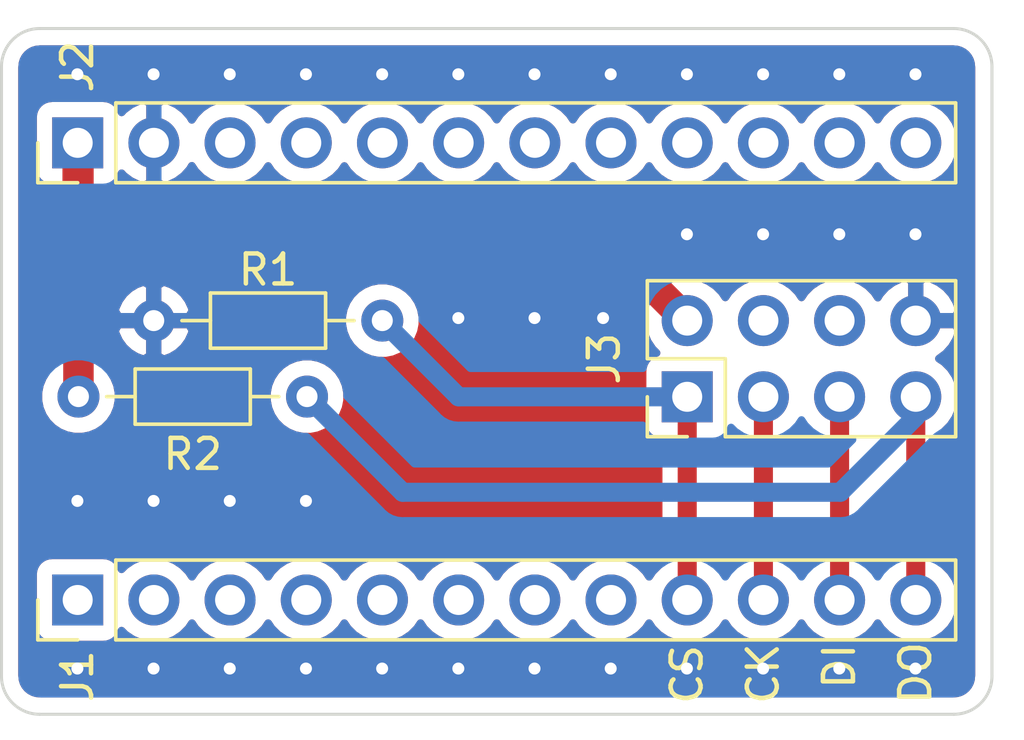
<source format=kicad_pcb>
(kicad_pcb (version 20171130) (host pcbnew "(5.1.9)-1")

  (general
    (thickness 1.6)
    (drawings 12)
    (tracks 54)
    (zones 0)
    (modules 5)
    (nets 27)
  )

  (page A4)
  (layers
    (0 F.Cu signal)
    (31 B.Cu signal)
    (32 B.Adhes user)
    (33 F.Adhes user)
    (34 B.Paste user)
    (35 F.Paste user)
    (36 B.SilkS user)
    (37 F.SilkS user)
    (38 B.Mask user)
    (39 F.Mask user)
    (40 Dwgs.User user)
    (41 Cmts.User user)
    (42 Eco1.User user)
    (43 Eco2.User user)
    (44 Edge.Cuts user)
    (45 Margin user)
    (46 B.CrtYd user)
    (47 F.CrtYd user)
    (48 B.Fab user)
    (49 F.Fab user)
  )

  (setup
    (last_trace_width 0.635)
    (trace_clearance 0.2)
    (zone_clearance 0.508)
    (zone_45_only yes)
    (trace_min 0.254)
    (via_size 0.8)
    (via_drill 0.4)
    (via_min_size 0.4)
    (via_min_drill 0.3)
    (uvia_size 0.3)
    (uvia_drill 0.1)
    (uvias_allowed no)
    (uvia_min_size 0.2)
    (uvia_min_drill 0.1)
    (edge_width 0.05)
    (segment_width 0.2)
    (pcb_text_width 0.3)
    (pcb_text_size 1.5 1.5)
    (mod_edge_width 0.12)
    (mod_text_size 1 1)
    (mod_text_width 0.15)
    (pad_size 1.524 1.524)
    (pad_drill 0.762)
    (pad_to_mask_clearance 0)
    (aux_axis_origin 0 0)
    (visible_elements 7FFFFFFF)
    (pcbplotparams
      (layerselection 0x01000_ffffffff)
      (usegerberextensions false)
      (usegerberattributes true)
      (usegerberadvancedattributes true)
      (creategerberjobfile true)
      (excludeedgelayer true)
      (linewidth 0.100000)
      (plotframeref false)
      (viasonmask false)
      (mode 1)
      (useauxorigin false)
      (hpglpennumber 1)
      (hpglpenspeed 20)
      (hpglpendiameter 15.000000)
      (psnegative false)
      (psa4output false)
      (plotreference true)
      (plotvalue true)
      (plotinvisibletext false)
      (padsonsilk false)
      (subtractmaskfromsilk false)
      (outputformat 1)
      (mirror false)
      (drillshape 0)
      (scaleselection 1)
      (outputdirectory "GERB/"))
  )

  (net 0 "")
  (net 1 "Net-(J1-Pad1)")
  (net 2 "Net-(J1-Pad2)")
  (net 3 "Net-(J1-Pad3)")
  (net 4 "Net-(J1-Pad4)")
  (net 5 "Net-(J1-Pad5)")
  (net 6 "Net-(J1-Pad6)")
  (net 7 "Net-(J1-Pad7)")
  (net 8 "Net-(J1-Pad8)")
  (net 9 "Net-(J2-Pad12)")
  (net 10 "Net-(J2-Pad11)")
  (net 11 "Net-(J2-Pad10)")
  (net 12 "Net-(J2-Pad9)")
  (net 13 "Net-(J2-Pad8)")
  (net 14 "Net-(J2-Pad7)")
  (net 15 "Net-(J2-Pad6)")
  (net 16 "Net-(J2-Pad5)")
  (net 17 "Net-(J2-Pad4)")
  (net 18 "Net-(J2-Pad3)")
  (net 19 "Net-(J3-Pad6)")
  (net 20 "Net-(J3-Pad7)")
  (net 21 CS)
  (net 22 CK)
  (net 23 DI)
  (net 24 DO)
  (net 25 GND)
  (net 26 +3V3)

  (net_class Default "This is the default net class."
    (clearance 0.2)
    (trace_width 0.635)
    (via_dia 0.8)
    (via_drill 0.4)
    (uvia_dia 0.3)
    (uvia_drill 0.1)
    (diff_pair_width 0.254)
    (diff_pair_gap 0.25)
    (add_net CK)
    (add_net CS)
    (add_net DI)
    (add_net DO)
    (add_net "Net-(J1-Pad1)")
    (add_net "Net-(J1-Pad2)")
    (add_net "Net-(J1-Pad3)")
    (add_net "Net-(J1-Pad4)")
    (add_net "Net-(J1-Pad5)")
    (add_net "Net-(J1-Pad6)")
    (add_net "Net-(J1-Pad7)")
    (add_net "Net-(J1-Pad8)")
    (add_net "Net-(J2-Pad10)")
    (add_net "Net-(J2-Pad11)")
    (add_net "Net-(J2-Pad12)")
    (add_net "Net-(J2-Pad3)")
    (add_net "Net-(J2-Pad4)")
    (add_net "Net-(J2-Pad5)")
    (add_net "Net-(J2-Pad6)")
    (add_net "Net-(J2-Pad7)")
    (add_net "Net-(J2-Pad8)")
    (add_net "Net-(J2-Pad9)")
    (add_net "Net-(J3-Pad6)")
    (add_net "Net-(J3-Pad7)")
  )

  (net_class Power ""
    (clearance 0.2)
    (trace_width 1.016)
    (via_dia 0.8)
    (via_drill 0.4)
    (uvia_dia 0.3)
    (uvia_drill 0.1)
    (diff_pair_width 0.254)
    (diff_pair_gap 0.25)
    (add_net +3V3)
    (add_net GND)
  )

  (module Connector_PinSocket_2.54mm:PinSocket_2x04_P2.54mm_Vertical (layer B.Cu) (tedit 605D1613) (tstamp 605C1D42)
    (at 106.690201 75.776667 270)
    (descr "Through hole straight socket strip, 2x04, 2.54mm pitch, double cols (from Kicad 4.0.7), script generated")
    (tags "Through hole socket strip THT 2x04 2.54mm double row")
    (path /605BC1D5)
    (fp_text reference J3 (at -1.27 2.77 270) (layer F.SilkS)
      (effects (font (size 1 1) (thickness 0.15)))
    )
    (fp_text value Conn_02x04_Counter_Clockwise (at -1.27 -10.39 270) (layer B.Fab)
      (effects (font (size 1 1) (thickness 0.15)) (justify mirror))
    )
    (fp_line (start -4.34 -9.4) (end -4.34 1.8) (layer B.CrtYd) (width 0.05))
    (fp_line (start 1.76 -9.4) (end -4.34 -9.4) (layer B.CrtYd) (width 0.05))
    (fp_line (start 1.76 1.8) (end 1.76 -9.4) (layer B.CrtYd) (width 0.05))
    (fp_line (start -4.34 1.8) (end 1.76 1.8) (layer B.CrtYd) (width 0.05))
    (fp_line (start 0 1.33) (end 1.33 1.33) (layer F.SilkS) (width 0.12))
    (fp_line (start 1.33 1.33) (end 1.33 0) (layer F.SilkS) (width 0.12))
    (fp_line (start -1.27 1.33) (end -1.27 -1.27) (layer F.SilkS) (width 0.12))
    (fp_line (start -1.27 -1.27) (end 1.33 -1.27) (layer F.SilkS) (width 0.12))
    (fp_line (start 1.33 -1.27) (end 1.33 -8.95) (layer F.SilkS) (width 0.12))
    (fp_line (start -3.87 -8.95) (end 1.33 -8.95) (layer F.SilkS) (width 0.12))
    (fp_line (start -3.87 1.33) (end -3.87 -8.95) (layer F.SilkS) (width 0.12))
    (fp_line (start -3.87 1.33) (end -1.27 1.33) (layer F.SilkS) (width 0.12))
    (fp_line (start -3.81 -8.89) (end -3.81 1.27) (layer B.Fab) (width 0.1))
    (fp_line (start 1.27 -8.89) (end -3.81 -8.89) (layer B.Fab) (width 0.1))
    (fp_line (start 1.27 0.27) (end 1.27 -8.89) (layer B.Fab) (width 0.1))
    (fp_line (start 0.27 1.27) (end 1.27 0.27) (layer B.Fab) (width 0.1))
    (fp_line (start -3.81 1.27) (end 0.27 1.27) (layer B.Fab) (width 0.1))
    (fp_text user %R (at -1.27 -3.81) (layer B.Fab)
      (effects (font (size 1 1) (thickness 0.15)) (justify mirror))
    )
    (pad 1 thru_hole rect (at 0 0 270) (size 1.7 1.7) (drill 1) (layers *.Cu *.Mask)
      (net 21 CS))
    (pad 8 thru_hole oval (at -2.54 0 270) (size 1.7 1.7) (drill 1) (layers *.Cu *.Mask)
      (net 26 +3V3))
    (pad 2 thru_hole oval (at 0 -2.54 270) (size 1.7 1.7) (drill 1) (layers *.Cu *.Mask)
      (net 22 CK))
    (pad 7 thru_hole oval (at -2.54 -2.54 270) (size 1.7 1.7) (drill 1) (layers *.Cu *.Mask)
      (net 20 "Net-(J3-Pad7)"))
    (pad 3 thru_hole oval (at 0 -5.08 270) (size 1.7 1.7) (drill 1) (layers *.Cu *.Mask)
      (net 23 DI))
    (pad 6 thru_hole oval (at -2.54 -5.08 270) (size 1.7 1.7) (drill 1) (layers *.Cu *.Mask)
      (net 19 "Net-(J3-Pad6)"))
    (pad 4 thru_hole oval (at 0 -7.62 270) (size 1.7 1.7) (drill 1) (layers *.Cu *.Mask)
      (net 24 DO))
    (pad 5 thru_hole oval (at -2.54 -7.62 270) (size 1.7 1.7) (drill 1) (layers *.Cu *.Mask)
      (net 25 GND))
    (model ${KISYS3DMOD}/Connector_IDC.3dshapes/IDC-Header_2x04_P2.54mm_Vertical.wrl
      (offset (xyz 0 0 -1.7653))
      (scale (xyz 1 1 1))
      (rotate (xyz 0 180 0))
    )
  )

  (module Connector_PinHeader_2.54mm:PinHeader_1x12_P2.54mm_Vertical (layer F.Cu) (tedit 59FED5CC) (tstamp 605C1238)
    (at 86.370201 82.55 90)
    (descr "Through hole straight pin header, 1x12, 2.54mm pitch, single row")
    (tags "Through hole pin header THT 1x12 2.54mm single row")
    (path /605CB6B0)
    (fp_text reference J1 (at -2.54 -0.010201 90) (layer F.SilkS)
      (effects (font (size 1 1) (thickness 0.15)))
    )
    (fp_text value Conn_01x12 (at 0 30.27 90) (layer F.Fab)
      (effects (font (size 1 1) (thickness 0.15)))
    )
    (fp_line (start 1.8 -1.8) (end -1.8 -1.8) (layer F.CrtYd) (width 0.05))
    (fp_line (start 1.8 29.75) (end 1.8 -1.8) (layer F.CrtYd) (width 0.05))
    (fp_line (start -1.8 29.75) (end 1.8 29.75) (layer F.CrtYd) (width 0.05))
    (fp_line (start -1.8 -1.8) (end -1.8 29.75) (layer F.CrtYd) (width 0.05))
    (fp_line (start -1.33 -1.33) (end 0 -1.33) (layer F.SilkS) (width 0.12))
    (fp_line (start -1.33 0) (end -1.33 -1.33) (layer F.SilkS) (width 0.12))
    (fp_line (start -1.33 1.27) (end 1.33 1.27) (layer F.SilkS) (width 0.12))
    (fp_line (start 1.33 1.27) (end 1.33 29.27) (layer F.SilkS) (width 0.12))
    (fp_line (start -1.33 1.27) (end -1.33 29.27) (layer F.SilkS) (width 0.12))
    (fp_line (start -1.33 29.27) (end 1.33 29.27) (layer F.SilkS) (width 0.12))
    (fp_line (start -1.27 -0.635) (end -0.635 -1.27) (layer F.Fab) (width 0.1))
    (fp_line (start -1.27 29.21) (end -1.27 -0.635) (layer F.Fab) (width 0.1))
    (fp_line (start 1.27 29.21) (end -1.27 29.21) (layer F.Fab) (width 0.1))
    (fp_line (start 1.27 -1.27) (end 1.27 29.21) (layer F.Fab) (width 0.1))
    (fp_line (start -0.635 -1.27) (end 1.27 -1.27) (layer F.Fab) (width 0.1))
    (fp_text user %R (at 0 13.97) (layer F.Fab)
      (effects (font (size 1 1) (thickness 0.15)))
    )
    (pad 1 thru_hole rect (at 0 0 90) (size 1.7 1.7) (drill 1) (layers *.Cu *.Mask)
      (net 1 "Net-(J1-Pad1)"))
    (pad 2 thru_hole oval (at 0 2.54 90) (size 1.7 1.7) (drill 1) (layers *.Cu *.Mask)
      (net 2 "Net-(J1-Pad2)"))
    (pad 3 thru_hole oval (at 0 5.08 90) (size 1.7 1.7) (drill 1) (layers *.Cu *.Mask)
      (net 3 "Net-(J1-Pad3)"))
    (pad 4 thru_hole oval (at 0 7.62 90) (size 1.7 1.7) (drill 1) (layers *.Cu *.Mask)
      (net 4 "Net-(J1-Pad4)"))
    (pad 5 thru_hole oval (at 0 10.16 90) (size 1.7 1.7) (drill 1) (layers *.Cu *.Mask)
      (net 5 "Net-(J1-Pad5)"))
    (pad 6 thru_hole oval (at 0 12.7 90) (size 1.7 1.7) (drill 1) (layers *.Cu *.Mask)
      (net 6 "Net-(J1-Pad6)"))
    (pad 7 thru_hole oval (at 0 15.24 90) (size 1.7 1.7) (drill 1) (layers *.Cu *.Mask)
      (net 7 "Net-(J1-Pad7)"))
    (pad 8 thru_hole oval (at 0 17.78 90) (size 1.7 1.7) (drill 1) (layers *.Cu *.Mask)
      (net 8 "Net-(J1-Pad8)"))
    (pad 9 thru_hole oval (at 0 20.32 90) (size 1.7 1.7) (drill 1) (layers *.Cu *.Mask)
      (net 21 CS))
    (pad 10 thru_hole oval (at 0 22.86 90) (size 1.7 1.7) (drill 1) (layers *.Cu *.Mask)
      (net 22 CK))
    (pad 11 thru_hole oval (at 0 25.4 90) (size 1.7 1.7) (drill 1) (layers *.Cu *.Mask)
      (net 23 DI))
    (pad 12 thru_hole oval (at 0 27.94 90) (size 1.7 1.7) (drill 1) (layers *.Cu *.Mask)
      (net 24 DO))
    (model ${KISYS3DMOD}/Connector_PinSocket_2.54mm.3dshapes/PinSocket_1x12_P2.54mm_Vertical.wrl
      (offset (xyz 0 0 -1.7653))
      (scale (xyz 1 1 1))
      (rotate (xyz 0 180 0))
    )
  )

  (module Connector_PinHeader_2.54mm:PinHeader_1x12_P2.54mm_Vertical (layer F.Cu) (tedit 59FED5CC) (tstamp 605C1258)
    (at 86.370201 67.31 90)
    (descr "Through hole straight pin header, 1x12, 2.54mm pitch, single row")
    (tags "Through hole pin header THT 1x12 2.54mm single row")
    (path /605CC458)
    (fp_text reference J2 (at 2.54 -0.010201 90) (layer F.SilkS)
      (effects (font (size 1 1) (thickness 0.15)))
    )
    (fp_text value Conn_01x12 (at 0 30.27 90) (layer F.Fab)
      (effects (font (size 1 1) (thickness 0.15)))
    )
    (fp_line (start -0.635 -1.27) (end 1.27 -1.27) (layer F.Fab) (width 0.1))
    (fp_line (start 1.27 -1.27) (end 1.27 29.21) (layer F.Fab) (width 0.1))
    (fp_line (start 1.27 29.21) (end -1.27 29.21) (layer F.Fab) (width 0.1))
    (fp_line (start -1.27 29.21) (end -1.27 -0.635) (layer F.Fab) (width 0.1))
    (fp_line (start -1.27 -0.635) (end -0.635 -1.27) (layer F.Fab) (width 0.1))
    (fp_line (start -1.33 29.27) (end 1.33 29.27) (layer F.SilkS) (width 0.12))
    (fp_line (start -1.33 1.27) (end -1.33 29.27) (layer F.SilkS) (width 0.12))
    (fp_line (start 1.33 1.27) (end 1.33 29.27) (layer F.SilkS) (width 0.12))
    (fp_line (start -1.33 1.27) (end 1.33 1.27) (layer F.SilkS) (width 0.12))
    (fp_line (start -1.33 0) (end -1.33 -1.33) (layer F.SilkS) (width 0.12))
    (fp_line (start -1.33 -1.33) (end 0 -1.33) (layer F.SilkS) (width 0.12))
    (fp_line (start -1.8 -1.8) (end -1.8 29.75) (layer F.CrtYd) (width 0.05))
    (fp_line (start -1.8 29.75) (end 1.8 29.75) (layer F.CrtYd) (width 0.05))
    (fp_line (start 1.8 29.75) (end 1.8 -1.8) (layer F.CrtYd) (width 0.05))
    (fp_line (start 1.8 -1.8) (end -1.8 -1.8) (layer F.CrtYd) (width 0.05))
    (fp_text user %R (at 0 13.97) (layer F.Fab)
      (effects (font (size 1 1) (thickness 0.15)))
    )
    (pad 12 thru_hole oval (at 0 27.94 90) (size 1.7 1.7) (drill 1) (layers *.Cu *.Mask)
      (net 9 "Net-(J2-Pad12)"))
    (pad 11 thru_hole oval (at 0 25.4 90) (size 1.7 1.7) (drill 1) (layers *.Cu *.Mask)
      (net 10 "Net-(J2-Pad11)"))
    (pad 10 thru_hole oval (at 0 22.86 90) (size 1.7 1.7) (drill 1) (layers *.Cu *.Mask)
      (net 11 "Net-(J2-Pad10)"))
    (pad 9 thru_hole oval (at 0 20.32 90) (size 1.7 1.7) (drill 1) (layers *.Cu *.Mask)
      (net 12 "Net-(J2-Pad9)"))
    (pad 8 thru_hole oval (at 0 17.78 90) (size 1.7 1.7) (drill 1) (layers *.Cu *.Mask)
      (net 13 "Net-(J2-Pad8)"))
    (pad 7 thru_hole oval (at 0 15.24 90) (size 1.7 1.7) (drill 1) (layers *.Cu *.Mask)
      (net 14 "Net-(J2-Pad7)"))
    (pad 6 thru_hole oval (at 0 12.7 90) (size 1.7 1.7) (drill 1) (layers *.Cu *.Mask)
      (net 15 "Net-(J2-Pad6)"))
    (pad 5 thru_hole oval (at 0 10.16 90) (size 1.7 1.7) (drill 1) (layers *.Cu *.Mask)
      (net 16 "Net-(J2-Pad5)"))
    (pad 4 thru_hole oval (at 0 7.62 90) (size 1.7 1.7) (drill 1) (layers *.Cu *.Mask)
      (net 17 "Net-(J2-Pad4)"))
    (pad 3 thru_hole oval (at 0 5.08 90) (size 1.7 1.7) (drill 1) (layers *.Cu *.Mask)
      (net 18 "Net-(J2-Pad3)"))
    (pad 2 thru_hole oval (at 0 2.54 90) (size 1.7 1.7) (drill 1) (layers *.Cu *.Mask)
      (net 25 GND))
    (pad 1 thru_hole rect (at 0 0 90) (size 1.7 1.7) (drill 1) (layers *.Cu *.Mask)
      (net 26 +3V3))
    (model ${KISYS3DMOD}/Connector_PinSocket_2.54mm.3dshapes/PinSocket_1x12_P2.54mm_Vertical.wrl
      (offset (xyz 0 0 -1.7653))
      (scale (xyz 1 1 1))
      (rotate (xyz 0 180 0))
    )
  )

  (module Resistor_THT:R_Axial_DIN0204_L3.6mm_D1.6mm_P7.62mm_Horizontal (layer F.Cu) (tedit 5AE5139B) (tstamp 605D15B6)
    (at 96.5252 73.236667 180)
    (descr "Resistor, Axial_DIN0204 series, Axial, Horizontal, pin pitch=7.62mm, 0.167W, length*diameter=3.6*1.6mm^2, http://cdn-reichelt.de/documents/datenblatt/B400/1_4W%23YAG.pdf")
    (tags "Resistor Axial_DIN0204 series Axial Horizontal pin pitch 7.62mm 0.167W length 3.6mm diameter 1.6mm")
    (path /605BCB49)
    (fp_text reference R1 (at 3.81 1.695027) (layer F.SilkS)
      (effects (font (size 1 1) (thickness 0.15)))
    )
    (fp_text value 1K2 (at 3.81 1.92) (layer F.Fab)
      (effects (font (size 1 1) (thickness 0.15)))
    )
    (fp_line (start 8.57 -1.05) (end -0.95 -1.05) (layer F.CrtYd) (width 0.05))
    (fp_line (start 8.57 1.05) (end 8.57 -1.05) (layer F.CrtYd) (width 0.05))
    (fp_line (start -0.95 1.05) (end 8.57 1.05) (layer F.CrtYd) (width 0.05))
    (fp_line (start -0.95 -1.05) (end -0.95 1.05) (layer F.CrtYd) (width 0.05))
    (fp_line (start 6.68 0) (end 5.73 0) (layer F.SilkS) (width 0.12))
    (fp_line (start 0.94 0) (end 1.89 0) (layer F.SilkS) (width 0.12))
    (fp_line (start 5.73 -0.92) (end 1.89 -0.92) (layer F.SilkS) (width 0.12))
    (fp_line (start 5.73 0.92) (end 5.73 -0.92) (layer F.SilkS) (width 0.12))
    (fp_line (start 1.89 0.92) (end 5.73 0.92) (layer F.SilkS) (width 0.12))
    (fp_line (start 1.89 -0.92) (end 1.89 0.92) (layer F.SilkS) (width 0.12))
    (fp_line (start 7.62 0) (end 5.61 0) (layer F.Fab) (width 0.1))
    (fp_line (start 0 0) (end 2.01 0) (layer F.Fab) (width 0.1))
    (fp_line (start 5.61 -0.8) (end 2.01 -0.8) (layer F.Fab) (width 0.1))
    (fp_line (start 5.61 0.8) (end 5.61 -0.8) (layer F.Fab) (width 0.1))
    (fp_line (start 2.01 0.8) (end 5.61 0.8) (layer F.Fab) (width 0.1))
    (fp_line (start 2.01 -0.8) (end 2.01 0.8) (layer F.Fab) (width 0.1))
    (fp_text user %R (at 3.81 0) (layer F.Fab)
      (effects (font (size 0.72 0.72) (thickness 0.108)))
    )
    (pad 1 thru_hole circle (at 0 0 180) (size 1.4 1.4) (drill 0.7) (layers *.Cu *.Mask)
      (net 21 CS))
    (pad 2 thru_hole oval (at 7.62 0 180) (size 1.4 1.4) (drill 0.7) (layers *.Cu *.Mask)
      (net 25 GND))
    (model ${KISYS3DMOD}/Resistor_THT.3dshapes/R_Axial_DIN0204_L3.6mm_D1.6mm_P7.62mm_Horizontal.wrl
      (at (xyz 0 0 0))
      (scale (xyz 1 1 1))
      (rotate (xyz 0 0 0))
    )
  )

  (module Resistor_THT:R_Axial_DIN0204_L3.6mm_D1.6mm_P7.62mm_Horizontal (layer F.Cu) (tedit 5AE5139B) (tstamp 605C12A4)
    (at 94.0152 75.77 180)
    (descr "Resistor, Axial_DIN0204 series, Axial, Horizontal, pin pitch=7.62mm, 0.167W, length*diameter=3.6*1.6mm^2, http://cdn-reichelt.de/documents/datenblatt/B400/1_4W%23YAG.pdf")
    (tags "Resistor Axial_DIN0204 series Axial Horizontal pin pitch 7.62mm 0.167W length 3.6mm diameter 1.6mm")
    (path /605BCFF0)
    (fp_text reference R2 (at 3.81 -1.92) (layer F.SilkS)
      (effects (font (size 1 1) (thickness 0.15)))
    )
    (fp_text value 1K5 (at 3.81 1.92) (layer F.Fab)
      (effects (font (size 1 1) (thickness 0.15)))
    )
    (fp_line (start 2.01 -0.8) (end 2.01 0.8) (layer F.Fab) (width 0.1))
    (fp_line (start 2.01 0.8) (end 5.61 0.8) (layer F.Fab) (width 0.1))
    (fp_line (start 5.61 0.8) (end 5.61 -0.8) (layer F.Fab) (width 0.1))
    (fp_line (start 5.61 -0.8) (end 2.01 -0.8) (layer F.Fab) (width 0.1))
    (fp_line (start 0 0) (end 2.01 0) (layer F.Fab) (width 0.1))
    (fp_line (start 7.62 0) (end 5.61 0) (layer F.Fab) (width 0.1))
    (fp_line (start 1.89 -0.92) (end 1.89 0.92) (layer F.SilkS) (width 0.12))
    (fp_line (start 1.89 0.92) (end 5.73 0.92) (layer F.SilkS) (width 0.12))
    (fp_line (start 5.73 0.92) (end 5.73 -0.92) (layer F.SilkS) (width 0.12))
    (fp_line (start 5.73 -0.92) (end 1.89 -0.92) (layer F.SilkS) (width 0.12))
    (fp_line (start 0.94 0) (end 1.89 0) (layer F.SilkS) (width 0.12))
    (fp_line (start 6.68 0) (end 5.73 0) (layer F.SilkS) (width 0.12))
    (fp_line (start -0.95 -1.05) (end -0.95 1.05) (layer F.CrtYd) (width 0.05))
    (fp_line (start -0.95 1.05) (end 8.57 1.05) (layer F.CrtYd) (width 0.05))
    (fp_line (start 8.57 1.05) (end 8.57 -1.05) (layer F.CrtYd) (width 0.05))
    (fp_line (start 8.57 -1.05) (end -0.95 -1.05) (layer F.CrtYd) (width 0.05))
    (fp_text user %R (at 3.81 0) (layer F.Fab)
      (effects (font (size 0.72 0.72) (thickness 0.108)))
    )
    (pad 2 thru_hole oval (at 7.62 0 180) (size 1.4 1.4) (drill 0.7) (layers *.Cu *.Mask)
      (net 26 +3V3))
    (pad 1 thru_hole circle (at 0 0 180) (size 1.4 1.4) (drill 0.7) (layers *.Cu *.Mask)
      (net 24 DO))
    (model ${KISYS3DMOD}/Resistor_THT.3dshapes/R_Axial_DIN0204_L3.6mm_D1.6mm_P7.62mm_Horizontal.wrl
      (at (xyz 0 0 0))
      (scale (xyz 1 1 1))
      (rotate (xyz 0 0 0))
    )
  )

  (gr_text DO (at 114.3 86.106 90) (layer F.SilkS)
    (effects (font (size 1 1) (thickness 0.15)) (justify left))
  )
  (gr_text DI (at 111.76 85.598 90) (layer F.SilkS)
    (effects (font (size 1 1) (thickness 0.15)) (justify left))
  )
  (gr_text CK (at 109.22 86.106 90) (layer F.SilkS)
    (effects (font (size 1 1) (thickness 0.15)) (justify left))
  )
  (gr_text CS (at 106.68 86.106 90) (layer F.SilkS)
    (effects (font (size 1 1) (thickness 0.15)) (justify left))
  )
  (gr_arc (start 115.580201 64.77) (end 116.850201 64.77) (angle -90) (layer Edge.Cuts) (width 0.1) (tstamp 605D207D))
  (gr_arc (start 115.580201 85.09) (end 115.580201 86.36) (angle -90) (layer Edge.Cuts) (width 0.1) (tstamp 605D206D))
  (gr_arc (start 85.100201 85.09) (end 83.830201 85.09) (angle -90) (layer Edge.Cuts) (width 0.1) (tstamp 605D1AA4))
  (gr_arc (start 85.100201 64.77) (end 85.100201 63.5) (angle -90) (layer Edge.Cuts) (width 0.1))
  (gr_line (start 116.850201 64.77) (end 116.850201 85.09) (layer Edge.Cuts) (width 0.1))
  (gr_line (start 85.100201 63.5) (end 115.580201 63.5) (layer Edge.Cuts) (width 0.1))
  (gr_line (start 83.830201 85.09) (end 83.830201 64.77) (layer Edge.Cuts) (width 0.1))
  (gr_line (start 115.580201 86.36) (end 85.100201 86.36) (layer Edge.Cuts) (width 0.1))

  (segment (start 106.690201 75.776667) (end 106.690201 82.55) (width 0.635) (layer F.Cu) (net 21))
  (segment (start 96.5252 73.236667) (end 99.0652 75.776667) (width 0.635) (layer B.Cu) (net 21))
  (segment (start 99.0652 75.776667) (end 106.690201 75.776667) (width 0.635) (layer B.Cu) (net 21))
  (segment (start 109.230201 75.776667) (end 109.230201 82.55) (width 0.635) (layer F.Cu) (net 22))
  (segment (start 111.770201 75.776667) (end 111.770201 82.55) (width 0.635) (layer F.Cu) (net 23))
  (segment (start 114.310201 75.776667) (end 114.310201 82.55) (width 0.635) (layer F.Cu) (net 24))
  (segment (start 114.310201 76.443799) (end 114.310201 75.776667) (width 0.635) (layer B.Cu) (net 24))
  (segment (start 97.2052 78.96) (end 111.794 78.96) (width 0.635) (layer B.Cu) (net 24))
  (segment (start 111.794 78.96) (end 114.310201 76.443799) (width 0.635) (layer B.Cu) (net 24))
  (segment (start 94.0152 75.77) (end 97.2052 78.96) (width 0.635) (layer B.Cu) (net 24))
  (segment (start 88.9052 67.315001) (end 88.910201 67.31) (width 1.016) (layer B.Cu) (net 25))
  (via (at 86.36 65.024) (size 0.8) (drill 0.4) (layers F.Cu B.Cu) (net 25))
  (via (at 88.9 65.024) (size 0.8) (drill 0.4) (layers F.Cu B.Cu) (net 25))
  (via (at 91.44 65.024) (size 0.8) (drill 0.4) (layers F.Cu B.Cu) (net 25))
  (via (at 93.98 65.024) (size 0.8) (drill 0.4) (layers F.Cu B.Cu) (net 25))
  (via (at 96.52 65.024) (size 0.8) (drill 0.4) (layers F.Cu B.Cu) (net 25))
  (via (at 99.06 65.024) (size 0.8) (drill 0.4) (layers F.Cu B.Cu) (net 25))
  (via (at 101.6 65.024) (size 0.8) (drill 0.4) (layers F.Cu B.Cu) (net 25))
  (via (at 104.14 65.024) (size 0.8) (drill 0.4) (layers F.Cu B.Cu) (net 25))
  (via (at 106.68 65.024) (size 0.8) (drill 0.4) (layers F.Cu B.Cu) (net 25))
  (via (at 109.22 65.024) (size 0.8) (drill 0.4) (layers F.Cu B.Cu) (net 25))
  (via (at 111.76 65.024) (size 0.8) (drill 0.4) (layers F.Cu B.Cu) (net 25))
  (via (at 114.3 65.024) (size 0.8) (drill 0.4) (layers F.Cu B.Cu) (net 25))
  (via (at 86.36 84.836) (size 0.8) (drill 0.4) (layers F.Cu B.Cu) (net 25))
  (via (at 88.9 84.836) (size 0.8) (drill 0.4) (layers F.Cu B.Cu) (net 25))
  (via (at 91.44 84.836) (size 0.8) (drill 0.4) (layers F.Cu B.Cu) (net 25))
  (via (at 93.98 84.836) (size 0.8) (drill 0.4) (layers F.Cu B.Cu) (net 25))
  (via (at 96.52 84.836) (size 0.8) (drill 0.4) (layers F.Cu B.Cu) (net 25))
  (via (at 99.06 84.836) (size 0.8) (drill 0.4) (layers F.Cu B.Cu) (net 25))
  (via (at 101.6 84.836) (size 0.8) (drill 0.4) (layers F.Cu B.Cu) (net 25))
  (via (at 104.14 84.836) (size 0.8) (drill 0.4) (layers F.Cu B.Cu) (net 25))
  (via (at 106.68 84.836) (size 0.8) (drill 0.4) (layers F.Cu B.Cu) (net 25))
  (via (at 109.22 84.836) (size 0.8) (drill 0.4) (layers F.Cu B.Cu) (net 25))
  (via (at 111.76 84.836) (size 0.8) (drill 0.4) (layers F.Cu B.Cu) (net 25))
  (via (at 114.3 84.836) (size 0.8) (drill 0.4) (layers F.Cu B.Cu) (net 25))
  (via (at 106.68 70.358) (size 0.8) (drill 0.4) (layers F.Cu B.Cu) (net 25))
  (via (at 109.22 70.358) (size 0.8) (drill 0.4) (layers F.Cu B.Cu) (net 25))
  (via (at 111.76 70.358) (size 0.8) (drill 0.4) (layers F.Cu B.Cu) (net 25))
  (via (at 114.3 70.358) (size 0.8) (drill 0.4) (layers F.Cu B.Cu) (net 25))
  (via (at 103.886 73.152) (size 0.8) (drill 0.4) (layers F.Cu B.Cu) (net 25))
  (via (at 101.6 73.152) (size 0.8) (drill 0.4) (layers F.Cu B.Cu) (net 25))
  (via (at 99.06 73.152) (size 0.8) (drill 0.4) (layers F.Cu B.Cu) (net 25))
  (via (at 86.36 79.248) (size 0.8) (drill 0.4) (layers F.Cu B.Cu) (net 25))
  (via (at 88.9 79.248) (size 0.8) (drill 0.4) (layers F.Cu B.Cu) (net 25))
  (via (at 91.44 79.248) (size 0.8) (drill 0.4) (layers F.Cu B.Cu) (net 25))
  (via (at 93.98 79.248) (size 0.8) (drill 0.4) (layers F.Cu B.Cu) (net 25))
  (segment (start 86.3852 67.324999) (end 86.370201 67.31) (width 0.25) (layer B.Cu) (net 26))
  (segment (start 86.3952 67.334999) (end 86.370201 67.31) (width 1.016) (layer B.Cu) (net 26))
  (segment (start 86.370201 67.31) (end 86.370201 68.780701) (width 1.016) (layer F.Cu) (net 26))
  (segment (start 86.3952 67.334999) (end 86.370201 67.31) (width 1.016) (layer F.Cu) (net 26))
  (segment (start 86.3952 75.77) (end 86.3952 67.334999) (width 1.016) (layer F.Cu) (net 26))
  (segment (start 103.938534 70.485) (end 106.690201 73.236667) (width 1.016) (layer F.Cu) (net 26))
  (segment (start 86.487 70.485) (end 103.938534 70.485) (width 1.016) (layer F.Cu) (net 26))
  (segment (start 86.3952 70.5768) (end 86.487 70.485) (width 1.016) (layer F.Cu) (net 26))

  (zone (net 25) (net_name GND) (layer F.Cu) (tstamp 0) (hatch edge 0.508)
    (connect_pads (clearance 0.508))
    (min_thickness 0.254)
    (fill yes (arc_segments 32) (thermal_gap 0.508) (thermal_bridge_width 0.508))
    (polygon
      (pts
        (xy 116.84 86.36) (xy 83.82 86.36) (xy 83.82 63.5) (xy 116.84 63.5)
      )
    )
    (filled_polygon
      (pts
        (xy 115.693193 64.199364) (xy 115.801871 64.232176) (xy 115.902119 64.285479) (xy 115.990098 64.357232) (xy 116.062464 64.444707)
        (xy 116.116464 64.544579) (xy 116.150034 64.653027) (xy 116.165201 64.797331) (xy 116.165202 85.056486) (xy 116.150837 85.202992)
        (xy 116.118024 85.311672) (xy 116.064723 85.411917) (xy 115.99297 85.499895) (xy 115.905493 85.572263) (xy 115.805621 85.626263)
        (xy 115.697174 85.659833) (xy 115.55287 85.675) (xy 85.133705 85.675) (xy 84.987209 85.660636) (xy 84.878529 85.627823)
        (xy 84.778284 85.574522) (xy 84.690306 85.502769) (xy 84.617938 85.415292) (xy 84.563938 85.31542) (xy 84.530368 85.206973)
        (xy 84.515201 85.062669) (xy 84.515201 66.46) (xy 84.882129 66.46) (xy 84.882129 68.16) (xy 84.894389 68.284482)
        (xy 84.930699 68.40418) (xy 84.989664 68.514494) (xy 85.069016 68.611185) (xy 85.165707 68.690537) (xy 85.227201 68.723407)
        (xy 85.227201 68.836847) (xy 85.24374 69.004768) (xy 85.252201 69.032659) (xy 85.252201 70.520655) (xy 85.246671 70.5768)
        (xy 85.252201 70.632945) (xy 85.2522 75.077685) (xy 85.212139 75.137641) (xy 85.111504 75.380595) (xy 85.0602 75.638514)
        (xy 85.0602 75.901486) (xy 85.111504 76.159405) (xy 85.212139 76.402359) (xy 85.358238 76.621013) (xy 85.544187 76.806962)
        (xy 85.762841 76.953061) (xy 86.005795 77.053696) (xy 86.263714 77.105) (xy 86.526686 77.105) (xy 86.784605 77.053696)
        (xy 87.027559 76.953061) (xy 87.246213 76.806962) (xy 87.432162 76.621013) (xy 87.578261 76.402359) (xy 87.678896 76.159405)
        (xy 87.7302 75.901486) (xy 87.7302 75.638514) (xy 92.6802 75.638514) (xy 92.6802 75.901486) (xy 92.731504 76.159405)
        (xy 92.832139 76.402359) (xy 92.978238 76.621013) (xy 93.164187 76.806962) (xy 93.382841 76.953061) (xy 93.625795 77.053696)
        (xy 93.883714 77.105) (xy 94.146686 77.105) (xy 94.404605 77.053696) (xy 94.647559 76.953061) (xy 94.866213 76.806962)
        (xy 95.052162 76.621013) (xy 95.198261 76.402359) (xy 95.298896 76.159405) (xy 95.3502 75.901486) (xy 95.3502 75.638514)
        (xy 95.298896 75.380595) (xy 95.198261 75.137641) (xy 95.052162 74.918987) (xy 94.866213 74.733038) (xy 94.647559 74.586939)
        (xy 94.404605 74.486304) (xy 94.146686 74.435) (xy 93.883714 74.435) (xy 93.625795 74.486304) (xy 93.382841 74.586939)
        (xy 93.164187 74.733038) (xy 92.978238 74.918987) (xy 92.832139 75.137641) (xy 92.731504 75.380595) (xy 92.6802 75.638514)
        (xy 87.7302 75.638514) (xy 87.678896 75.380595) (xy 87.578261 75.137641) (xy 87.5382 75.077685) (xy 87.5382 73.569996)
        (xy 87.612484 73.569996) (xy 87.645153 73.677711) (xy 87.755408 73.915059) (xy 87.909849 74.126337) (xy 88.10254 74.303426)
        (xy 88.326077 74.43952) (xy 88.57187 74.529389) (xy 88.7782 74.406868) (xy 88.7782 73.363667) (xy 89.0322 73.363667)
        (xy 89.0322 74.406868) (xy 89.23853 74.529389) (xy 89.484323 74.43952) (xy 89.70786 74.303426) (xy 89.900551 74.126337)
        (xy 90.054992 73.915059) (xy 90.165247 73.677711) (xy 90.197916 73.569996) (xy 90.074574 73.363667) (xy 89.0322 73.363667)
        (xy 88.7782 73.363667) (xy 87.735826 73.363667) (xy 87.612484 73.569996) (xy 87.5382 73.569996) (xy 87.5382 72.903338)
        (xy 87.612484 72.903338) (xy 87.735826 73.109667) (xy 88.7782 73.109667) (xy 88.7782 72.066466) (xy 89.0322 72.066466)
        (xy 89.0322 73.109667) (xy 90.074574 73.109667) (xy 90.077255 73.105181) (xy 95.1902 73.105181) (xy 95.1902 73.368153)
        (xy 95.241504 73.626072) (xy 95.342139 73.869026) (xy 95.488238 74.08768) (xy 95.674187 74.273629) (xy 95.892841 74.419728)
        (xy 96.135795 74.520363) (xy 96.393714 74.571667) (xy 96.656686 74.571667) (xy 96.914605 74.520363) (xy 97.157559 74.419728)
        (xy 97.376213 74.273629) (xy 97.562162 74.08768) (xy 97.708261 73.869026) (xy 97.808896 73.626072) (xy 97.8602 73.368153)
        (xy 97.8602 73.105181) (xy 97.808896 72.847262) (xy 97.708261 72.604308) (xy 97.562162 72.385654) (xy 97.376213 72.199705)
        (xy 97.157559 72.053606) (xy 96.914605 71.952971) (xy 96.656686 71.901667) (xy 96.393714 71.901667) (xy 96.135795 71.952971)
        (xy 95.892841 72.053606) (xy 95.674187 72.199705) (xy 95.488238 72.385654) (xy 95.342139 72.604308) (xy 95.241504 72.847262)
        (xy 95.1902 73.105181) (xy 90.077255 73.105181) (xy 90.197916 72.903338) (xy 90.165247 72.795623) (xy 90.054992 72.558275)
        (xy 89.900551 72.346997) (xy 89.70786 72.169908) (xy 89.484323 72.033814) (xy 89.23853 71.943945) (xy 89.0322 72.066466)
        (xy 88.7782 72.066466) (xy 88.57187 71.943945) (xy 88.326077 72.033814) (xy 88.10254 72.169908) (xy 87.909849 72.346997)
        (xy 87.755408 72.558275) (xy 87.645153 72.795623) (xy 87.612484 72.903338) (xy 87.5382 72.903338) (xy 87.5382 71.628)
        (xy 103.465089 71.628) (xy 105.205201 73.368113) (xy 105.205201 73.382927) (xy 105.262269 73.669825) (xy 105.374211 73.940078)
        (xy 105.536726 74.183299) (xy 105.668581 74.315154) (xy 105.596021 74.337165) (xy 105.485707 74.39613) (xy 105.389016 74.475482)
        (xy 105.309664 74.572173) (xy 105.250699 74.682487) (xy 105.214389 74.802185) (xy 105.202129 74.926667) (xy 105.202129 76.626667)
        (xy 105.214389 76.751149) (xy 105.250699 76.870847) (xy 105.309664 76.981161) (xy 105.389016 77.077852) (xy 105.485707 77.157204)
        (xy 105.596021 77.216169) (xy 105.715719 77.252479) (xy 105.737701 77.254644) (xy 105.737702 81.402392) (xy 105.536726 81.603368)
        (xy 105.420201 81.77776) (xy 105.303676 81.603368) (xy 105.096833 81.396525) (xy 104.853612 81.23401) (xy 104.583359 81.122068)
        (xy 104.296461 81.065) (xy 104.003941 81.065) (xy 103.717043 81.122068) (xy 103.44679 81.23401) (xy 103.203569 81.396525)
        (xy 102.996726 81.603368) (xy 102.880201 81.77776) (xy 102.763676 81.603368) (xy 102.556833 81.396525) (xy 102.313612 81.23401)
        (xy 102.043359 81.122068) (xy 101.756461 81.065) (xy 101.463941 81.065) (xy 101.177043 81.122068) (xy 100.90679 81.23401)
        (xy 100.663569 81.396525) (xy 100.456726 81.603368) (xy 100.340201 81.77776) (xy 100.223676 81.603368) (xy 100.016833 81.396525)
        (xy 99.773612 81.23401) (xy 99.503359 81.122068) (xy 99.216461 81.065) (xy 98.923941 81.065) (xy 98.637043 81.122068)
        (xy 98.36679 81.23401) (xy 98.123569 81.396525) (xy 97.916726 81.603368) (xy 97.800201 81.77776) (xy 97.683676 81.603368)
        (xy 97.476833 81.396525) (xy 97.233612 81.23401) (xy 96.963359 81.122068) (xy 96.676461 81.065) (xy 96.383941 81.065)
        (xy 96.097043 81.122068) (xy 95.82679 81.23401) (xy 95.583569 81.396525) (xy 95.376726 81.603368) (xy 95.260201 81.77776)
        (xy 95.143676 81.603368) (xy 94.936833 81.396525) (xy 94.693612 81.23401) (xy 94.423359 81.122068) (xy 94.136461 81.065)
        (xy 93.843941 81.065) (xy 93.557043 81.122068) (xy 93.28679 81.23401) (xy 93.043569 81.396525) (xy 92.836726 81.603368)
        (xy 92.720201 81.77776) (xy 92.603676 81.603368) (xy 92.396833 81.396525) (xy 92.153612 81.23401) (xy 91.883359 81.122068)
        (xy 91.596461 81.065) (xy 91.303941 81.065) (xy 91.017043 81.122068) (xy 90.74679 81.23401) (xy 90.503569 81.396525)
        (xy 90.296726 81.603368) (xy 90.180201 81.77776) (xy 90.063676 81.603368) (xy 89.856833 81.396525) (xy 89.613612 81.23401)
        (xy 89.343359 81.122068) (xy 89.056461 81.065) (xy 88.763941 81.065) (xy 88.477043 81.122068) (xy 88.20679 81.23401)
        (xy 87.963569 81.396525) (xy 87.831714 81.52838) (xy 87.809703 81.45582) (xy 87.750738 81.345506) (xy 87.671386 81.248815)
        (xy 87.574695 81.169463) (xy 87.464381 81.110498) (xy 87.344683 81.074188) (xy 87.220201 81.061928) (xy 85.520201 81.061928)
        (xy 85.395719 81.074188) (xy 85.276021 81.110498) (xy 85.165707 81.169463) (xy 85.069016 81.248815) (xy 84.989664 81.345506)
        (xy 84.930699 81.45582) (xy 84.894389 81.575518) (xy 84.882129 81.7) (xy 84.882129 83.4) (xy 84.894389 83.524482)
        (xy 84.930699 83.64418) (xy 84.989664 83.754494) (xy 85.069016 83.851185) (xy 85.165707 83.930537) (xy 85.276021 83.989502)
        (xy 85.395719 84.025812) (xy 85.520201 84.038072) (xy 87.220201 84.038072) (xy 87.344683 84.025812) (xy 87.464381 83.989502)
        (xy 87.574695 83.930537) (xy 87.671386 83.851185) (xy 87.750738 83.754494) (xy 87.809703 83.64418) (xy 87.831714 83.57162)
        (xy 87.963569 83.703475) (xy 88.20679 83.86599) (xy 88.477043 83.977932) (xy 88.763941 84.035) (xy 89.056461 84.035)
        (xy 89.343359 83.977932) (xy 89.613612 83.86599) (xy 89.856833 83.703475) (xy 90.063676 83.496632) (xy 90.180201 83.32224)
        (xy 90.296726 83.496632) (xy 90.503569 83.703475) (xy 90.74679 83.86599) (xy 91.017043 83.977932) (xy 91.303941 84.035)
        (xy 91.596461 84.035) (xy 91.883359 83.977932) (xy 92.153612 83.86599) (xy 92.396833 83.703475) (xy 92.603676 83.496632)
        (xy 92.720201 83.32224) (xy 92.836726 83.496632) (xy 93.043569 83.703475) (xy 93.28679 83.86599) (xy 93.557043 83.977932)
        (xy 93.843941 84.035) (xy 94.136461 84.035) (xy 94.423359 83.977932) (xy 94.693612 83.86599) (xy 94.936833 83.703475)
        (xy 95.143676 83.496632) (xy 95.260201 83.32224) (xy 95.376726 83.496632) (xy 95.583569 83.703475) (xy 95.82679 83.86599)
        (xy 96.097043 83.977932) (xy 96.383941 84.035) (xy 96.676461 84.035) (xy 96.963359 83.977932) (xy 97.233612 83.86599)
        (xy 97.476833 83.703475) (xy 97.683676 83.496632) (xy 97.800201 83.32224) (xy 97.916726 83.496632) (xy 98.123569 83.703475)
        (xy 98.36679 83.86599) (xy 98.637043 83.977932) (xy 98.923941 84.035) (xy 99.216461 84.035) (xy 99.503359 83.977932)
        (xy 99.773612 83.86599) (xy 100.016833 83.703475) (xy 100.223676 83.496632) (xy 100.340201 83.32224) (xy 100.456726 83.496632)
        (xy 100.663569 83.703475) (xy 100.90679 83.86599) (xy 101.177043 83.977932) (xy 101.463941 84.035) (xy 101.756461 84.035)
        (xy 102.043359 83.977932) (xy 102.313612 83.86599) (xy 102.556833 83.703475) (xy 102.763676 83.496632) (xy 102.880201 83.32224)
        (xy 102.996726 83.496632) (xy 103.203569 83.703475) (xy 103.44679 83.86599) (xy 103.717043 83.977932) (xy 104.003941 84.035)
        (xy 104.296461 84.035) (xy 104.583359 83.977932) (xy 104.853612 83.86599) (xy 105.096833 83.703475) (xy 105.303676 83.496632)
        (xy 105.420201 83.32224) (xy 105.536726 83.496632) (xy 105.743569 83.703475) (xy 105.98679 83.86599) (xy 106.257043 83.977932)
        (xy 106.543941 84.035) (xy 106.836461 84.035) (xy 107.123359 83.977932) (xy 107.393612 83.86599) (xy 107.636833 83.703475)
        (xy 107.843676 83.496632) (xy 107.960201 83.32224) (xy 108.076726 83.496632) (xy 108.283569 83.703475) (xy 108.52679 83.86599)
        (xy 108.797043 83.977932) (xy 109.083941 84.035) (xy 109.376461 84.035) (xy 109.663359 83.977932) (xy 109.933612 83.86599)
        (xy 110.176833 83.703475) (xy 110.383676 83.496632) (xy 110.500201 83.32224) (xy 110.616726 83.496632) (xy 110.823569 83.703475)
        (xy 111.06679 83.86599) (xy 111.337043 83.977932) (xy 111.623941 84.035) (xy 111.916461 84.035) (xy 112.203359 83.977932)
        (xy 112.473612 83.86599) (xy 112.716833 83.703475) (xy 112.923676 83.496632) (xy 113.040201 83.32224) (xy 113.156726 83.496632)
        (xy 113.363569 83.703475) (xy 113.60679 83.86599) (xy 113.877043 83.977932) (xy 114.163941 84.035) (xy 114.456461 84.035)
        (xy 114.743359 83.977932) (xy 115.013612 83.86599) (xy 115.256833 83.703475) (xy 115.463676 83.496632) (xy 115.626191 83.253411)
        (xy 115.738133 82.983158) (xy 115.795201 82.69626) (xy 115.795201 82.40374) (xy 115.738133 82.116842) (xy 115.626191 81.846589)
        (xy 115.463676 81.603368) (xy 115.262701 81.402393) (xy 115.262701 76.924274) (xy 115.463676 76.723299) (xy 115.626191 76.480078)
        (xy 115.738133 76.209825) (xy 115.795201 75.922927) (xy 115.795201 75.630407) (xy 115.738133 75.343509) (xy 115.626191 75.073256)
        (xy 115.463676 74.830035) (xy 115.256833 74.623192) (xy 115.080795 74.505567) (xy 115.31047 74.334255) (xy 115.505379 74.118022)
        (xy 115.654358 73.867919) (xy 115.751682 73.593558) (xy 115.631015 73.363667) (xy 114.437201 73.363667) (xy 114.437201 73.383667)
        (xy 114.183201 73.383667) (xy 114.183201 73.363667) (xy 114.163201 73.363667) (xy 114.163201 73.109667) (xy 114.183201 73.109667)
        (xy 114.183201 71.916512) (xy 114.437201 71.916512) (xy 114.437201 73.109667) (xy 115.631015 73.109667) (xy 115.751682 72.879776)
        (xy 115.654358 72.605415) (xy 115.505379 72.355312) (xy 115.31047 72.139079) (xy 115.077121 71.965026) (xy 114.8143 71.839842)
        (xy 114.667091 71.795191) (xy 114.437201 71.916512) (xy 114.183201 71.916512) (xy 113.953311 71.795191) (xy 113.806102 71.839842)
        (xy 113.543281 71.965026) (xy 113.309932 72.139079) (xy 113.115023 72.355312) (xy 113.045396 72.472201) (xy 112.923676 72.290035)
        (xy 112.716833 72.083192) (xy 112.473612 71.920677) (xy 112.203359 71.808735) (xy 111.916461 71.751667) (xy 111.623941 71.751667)
        (xy 111.337043 71.808735) (xy 111.06679 71.920677) (xy 110.823569 72.083192) (xy 110.616726 72.290035) (xy 110.500201 72.464427)
        (xy 110.383676 72.290035) (xy 110.176833 72.083192) (xy 109.933612 71.920677) (xy 109.663359 71.808735) (xy 109.376461 71.751667)
        (xy 109.083941 71.751667) (xy 108.797043 71.808735) (xy 108.52679 71.920677) (xy 108.283569 72.083192) (xy 108.076726 72.290035)
        (xy 107.960201 72.464427) (xy 107.843676 72.290035) (xy 107.636833 72.083192) (xy 107.393612 71.920677) (xy 107.123359 71.808735)
        (xy 106.836461 71.751667) (xy 106.821647 71.751667) (xy 104.786461 69.716482) (xy 104.750667 69.672867) (xy 104.576623 69.530032)
        (xy 104.378057 69.423897) (xy 104.162601 69.358539) (xy 103.99468 69.342) (xy 103.994673 69.342) (xy 103.938534 69.336471)
        (xy 103.882395 69.342) (xy 87.5382 69.342) (xy 87.5382 68.710044) (xy 87.574695 68.690537) (xy 87.671386 68.611185)
        (xy 87.750738 68.514494) (xy 87.809703 68.40418) (xy 87.834167 68.323534) (xy 87.909932 68.407588) (xy 88.143281 68.581641)
        (xy 88.406102 68.706825) (xy 88.553311 68.751476) (xy 88.783201 68.630155) (xy 88.783201 67.437) (xy 88.763201 67.437)
        (xy 88.763201 67.183) (xy 88.783201 67.183) (xy 88.783201 65.989845) (xy 89.037201 65.989845) (xy 89.037201 67.183)
        (xy 89.057201 67.183) (xy 89.057201 67.437) (xy 89.037201 67.437) (xy 89.037201 68.630155) (xy 89.267091 68.751476)
        (xy 89.4143 68.706825) (xy 89.677121 68.581641) (xy 89.91047 68.407588) (xy 90.105379 68.191355) (xy 90.175006 68.074466)
        (xy 90.296726 68.256632) (xy 90.503569 68.463475) (xy 90.74679 68.62599) (xy 91.017043 68.737932) (xy 91.303941 68.795)
        (xy 91.596461 68.795) (xy 91.883359 68.737932) (xy 92.153612 68.62599) (xy 92.396833 68.463475) (xy 92.603676 68.256632)
        (xy 92.720201 68.08224) (xy 92.836726 68.256632) (xy 93.043569 68.463475) (xy 93.28679 68.62599) (xy 93.557043 68.737932)
        (xy 93.843941 68.795) (xy 94.136461 68.795) (xy 94.423359 68.737932) (xy 94.693612 68.62599) (xy 94.936833 68.463475)
        (xy 95.143676 68.256632) (xy 95.260201 68.08224) (xy 95.376726 68.256632) (xy 95.583569 68.463475) (xy 95.82679 68.62599)
        (xy 96.097043 68.737932) (xy 96.383941 68.795) (xy 96.676461 68.795) (xy 96.963359 68.737932) (xy 97.233612 68.62599)
        (xy 97.476833 68.463475) (xy 97.683676 68.256632) (xy 97.800201 68.08224) (xy 97.916726 68.256632) (xy 98.123569 68.463475)
        (xy 98.36679 68.62599) (xy 98.637043 68.737932) (xy 98.923941 68.795) (xy 99.216461 68.795) (xy 99.503359 68.737932)
        (xy 99.773612 68.62599) (xy 100.016833 68.463475) (xy 100.223676 68.256632) (xy 100.340201 68.08224) (xy 100.456726 68.256632)
        (xy 100.663569 68.463475) (xy 100.90679 68.62599) (xy 101.177043 68.737932) (xy 101.463941 68.795) (xy 101.756461 68.795)
        (xy 102.043359 68.737932) (xy 102.313612 68.62599) (xy 102.556833 68.463475) (xy 102.763676 68.256632) (xy 102.880201 68.08224)
        (xy 102.996726 68.256632) (xy 103.203569 68.463475) (xy 103.44679 68.62599) (xy 103.717043 68.737932) (xy 104.003941 68.795)
        (xy 104.296461 68.795) (xy 104.583359 68.737932) (xy 104.853612 68.62599) (xy 105.096833 68.463475) (xy 105.303676 68.256632)
        (xy 105.420201 68.08224) (xy 105.536726 68.256632) (xy 105.743569 68.463475) (xy 105.98679 68.62599) (xy 106.257043 68.737932)
        (xy 106.543941 68.795) (xy 106.836461 68.795) (xy 107.123359 68.737932) (xy 107.393612 68.62599) (xy 107.636833 68.463475)
        (xy 107.843676 68.256632) (xy 107.960201 68.08224) (xy 108.076726 68.256632) (xy 108.283569 68.463475) (xy 108.52679 68.62599)
        (xy 108.797043 68.737932) (xy 109.083941 68.795) (xy 109.376461 68.795) (xy 109.663359 68.737932) (xy 109.933612 68.62599)
        (xy 110.176833 68.463475) (xy 110.383676 68.256632) (xy 110.500201 68.08224) (xy 110.616726 68.256632) (xy 110.823569 68.463475)
        (xy 111.06679 68.62599) (xy 111.337043 68.737932) (xy 111.623941 68.795) (xy 111.916461 68.795) (xy 112.203359 68.737932)
        (xy 112.473612 68.62599) (xy 112.716833 68.463475) (xy 112.923676 68.256632) (xy 113.040201 68.08224) (xy 113.156726 68.256632)
        (xy 113.363569 68.463475) (xy 113.60679 68.62599) (xy 113.877043 68.737932) (xy 114.163941 68.795) (xy 114.456461 68.795)
        (xy 114.743359 68.737932) (xy 115.013612 68.62599) (xy 115.256833 68.463475) (xy 115.463676 68.256632) (xy 115.626191 68.013411)
        (xy 115.738133 67.743158) (xy 115.795201 67.45626) (xy 115.795201 67.16374) (xy 115.738133 66.876842) (xy 115.626191 66.606589)
        (xy 115.463676 66.363368) (xy 115.256833 66.156525) (xy 115.013612 65.99401) (xy 114.743359 65.882068) (xy 114.456461 65.825)
        (xy 114.163941 65.825) (xy 113.877043 65.882068) (xy 113.60679 65.99401) (xy 113.363569 66.156525) (xy 113.156726 66.363368)
        (xy 113.040201 66.53776) (xy 112.923676 66.363368) (xy 112.716833 66.156525) (xy 112.473612 65.99401) (xy 112.203359 65.882068)
        (xy 111.916461 65.825) (xy 111.623941 65.825) (xy 111.337043 65.882068) (xy 111.06679 65.99401) (xy 110.823569 66.156525)
        (xy 110.616726 66.363368) (xy 110.500201 66.53776) (xy 110.383676 66.363368) (xy 110.176833 66.156525) (xy 109.933612 65.99401)
        (xy 109.663359 65.882068) (xy 109.376461 65.825) (xy 109.083941 65.825) (xy 108.797043 65.882068) (xy 108.52679 65.99401)
        (xy 108.283569 66.156525) (xy 108.076726 66.363368) (xy 107.960201 66.53776) (xy 107.843676 66.363368) (xy 107.636833 66.156525)
        (xy 107.393612 65.99401) (xy 107.123359 65.882068) (xy 106.836461 65.825) (xy 106.543941 65.825) (xy 106.257043 65.882068)
        (xy 105.98679 65.99401) (xy 105.743569 66.156525) (xy 105.536726 66.363368) (xy 105.420201 66.53776) (xy 105.303676 66.363368)
        (xy 105.096833 66.156525) (xy 104.853612 65.99401) (xy 104.583359 65.882068) (xy 104.296461 65.825) (xy 104.003941 65.825)
        (xy 103.717043 65.882068) (xy 103.44679 65.99401) (xy 103.203569 66.156525) (xy 102.996726 66.363368) (xy 102.880201 66.53776)
        (xy 102.763676 66.363368) (xy 102.556833 66.156525) (xy 102.313612 65.99401) (xy 102.043359 65.882068) (xy 101.756461 65.825)
        (xy 101.463941 65.825) (xy 101.177043 65.882068) (xy 100.90679 65.99401) (xy 100.663569 66.156525) (xy 100.456726 66.363368)
        (xy 100.340201 66.53776) (xy 100.223676 66.363368) (xy 100.016833 66.156525) (xy 99.773612 65.99401) (xy 99.503359 65.882068)
        (xy 99.216461 65.825) (xy 98.923941 65.825) (xy 98.637043 65.882068) (xy 98.36679 65.99401) (xy 98.123569 66.156525)
        (xy 97.916726 66.363368) (xy 97.800201 66.53776) (xy 97.683676 66.363368) (xy 97.476833 66.156525) (xy 97.233612 65.99401)
        (xy 96.963359 65.882068) (xy 96.676461 65.825) (xy 96.383941 65.825) (xy 96.097043 65.882068) (xy 95.82679 65.99401)
        (xy 95.583569 66.156525) (xy 95.376726 66.363368) (xy 95.260201 66.53776) (xy 95.143676 66.363368) (xy 94.936833 66.156525)
        (xy 94.693612 65.99401) (xy 94.423359 65.882068) (xy 94.136461 65.825) (xy 93.843941 65.825) (xy 93.557043 65.882068)
        (xy 93.28679 65.99401) (xy 93.043569 66.156525) (xy 92.836726 66.363368) (xy 92.720201 66.53776) (xy 92.603676 66.363368)
        (xy 92.396833 66.156525) (xy 92.153612 65.99401) (xy 91.883359 65.882068) (xy 91.596461 65.825) (xy 91.303941 65.825)
        (xy 91.017043 65.882068) (xy 90.74679 65.99401) (xy 90.503569 66.156525) (xy 90.296726 66.363368) (xy 90.175006 66.545534)
        (xy 90.105379 66.428645) (xy 89.91047 66.212412) (xy 89.677121 66.038359) (xy 89.4143 65.913175) (xy 89.267091 65.868524)
        (xy 89.037201 65.989845) (xy 88.783201 65.989845) (xy 88.553311 65.868524) (xy 88.406102 65.913175) (xy 88.143281 66.038359)
        (xy 87.909932 66.212412) (xy 87.834167 66.296466) (xy 87.809703 66.21582) (xy 87.750738 66.105506) (xy 87.671386 66.008815)
        (xy 87.574695 65.929463) (xy 87.464381 65.870498) (xy 87.344683 65.834188) (xy 87.220201 65.821928) (xy 85.520201 65.821928)
        (xy 85.395719 65.834188) (xy 85.276021 65.870498) (xy 85.165707 65.929463) (xy 85.069016 66.008815) (xy 84.989664 66.105506)
        (xy 84.930699 66.21582) (xy 84.894389 66.335518) (xy 84.882129 66.46) (xy 84.515201 66.46) (xy 84.515201 64.803504)
        (xy 84.529565 64.657008) (xy 84.562377 64.54833) (xy 84.61568 64.448082) (xy 84.687433 64.360103) (xy 84.774908 64.287737)
        (xy 84.87478 64.233737) (xy 84.983228 64.200167) (xy 85.127532 64.185) (xy 115.546697 64.185)
      )
    )
  )
  (zone (net 25) (net_name GND) (layer B.Cu) (tstamp 605D211D) (hatch edge 0.508)
    (connect_pads (clearance 0.508))
    (min_thickness 0.254)
    (fill yes (arc_segments 32) (thermal_gap 0.508) (thermal_bridge_width 0.508))
    (polygon
      (pts
        (xy 116.84 86.36) (xy 83.82 86.36) (xy 83.82 63.5) (xy 116.84 63.5)
      )
    )
    (filled_polygon
      (pts
        (xy 115.693193 64.199364) (xy 115.801871 64.232176) (xy 115.902119 64.285479) (xy 115.990098 64.357232) (xy 116.062464 64.444707)
        (xy 116.116464 64.544579) (xy 116.150034 64.653027) (xy 116.165201 64.797331) (xy 116.165202 85.056486) (xy 116.150837 85.202992)
        (xy 116.118024 85.311672) (xy 116.064723 85.411917) (xy 115.99297 85.499895) (xy 115.905493 85.572263) (xy 115.805621 85.626263)
        (xy 115.697174 85.659833) (xy 115.55287 85.675) (xy 85.133705 85.675) (xy 84.987209 85.660636) (xy 84.878529 85.627823)
        (xy 84.778284 85.574522) (xy 84.690306 85.502769) (xy 84.617938 85.415292) (xy 84.563938 85.31542) (xy 84.530368 85.206973)
        (xy 84.515201 85.062669) (xy 84.515201 81.7) (xy 84.882129 81.7) (xy 84.882129 83.4) (xy 84.894389 83.524482)
        (xy 84.930699 83.64418) (xy 84.989664 83.754494) (xy 85.069016 83.851185) (xy 85.165707 83.930537) (xy 85.276021 83.989502)
        (xy 85.395719 84.025812) (xy 85.520201 84.038072) (xy 87.220201 84.038072) (xy 87.344683 84.025812) (xy 87.464381 83.989502)
        (xy 87.574695 83.930537) (xy 87.671386 83.851185) (xy 87.750738 83.754494) (xy 87.809703 83.64418) (xy 87.831714 83.57162)
        (xy 87.963569 83.703475) (xy 88.20679 83.86599) (xy 88.477043 83.977932) (xy 88.763941 84.035) (xy 89.056461 84.035)
        (xy 89.343359 83.977932) (xy 89.613612 83.86599) (xy 89.856833 83.703475) (xy 90.063676 83.496632) (xy 90.180201 83.32224)
        (xy 90.296726 83.496632) (xy 90.503569 83.703475) (xy 90.74679 83.86599) (xy 91.017043 83.977932) (xy 91.303941 84.035)
        (xy 91.596461 84.035) (xy 91.883359 83.977932) (xy 92.153612 83.86599) (xy 92.396833 83.703475) (xy 92.603676 83.496632)
        (xy 92.720201 83.32224) (xy 92.836726 83.496632) (xy 93.043569 83.703475) (xy 93.28679 83.86599) (xy 93.557043 83.977932)
        (xy 93.843941 84.035) (xy 94.136461 84.035) (xy 94.423359 83.977932) (xy 94.693612 83.86599) (xy 94.936833 83.703475)
        (xy 95.143676 83.496632) (xy 95.260201 83.32224) (xy 95.376726 83.496632) (xy 95.583569 83.703475) (xy 95.82679 83.86599)
        (xy 96.097043 83.977932) (xy 96.383941 84.035) (xy 96.676461 84.035) (xy 96.963359 83.977932) (xy 97.233612 83.86599)
        (xy 97.476833 83.703475) (xy 97.683676 83.496632) (xy 97.800201 83.32224) (xy 97.916726 83.496632) (xy 98.123569 83.703475)
        (xy 98.36679 83.86599) (xy 98.637043 83.977932) (xy 98.923941 84.035) (xy 99.216461 84.035) (xy 99.503359 83.977932)
        (xy 99.773612 83.86599) (xy 100.016833 83.703475) (xy 100.223676 83.496632) (xy 100.340201 83.32224) (xy 100.456726 83.496632)
        (xy 100.663569 83.703475) (xy 100.90679 83.86599) (xy 101.177043 83.977932) (xy 101.463941 84.035) (xy 101.756461 84.035)
        (xy 102.043359 83.977932) (xy 102.313612 83.86599) (xy 102.556833 83.703475) (xy 102.763676 83.496632) (xy 102.880201 83.32224)
        (xy 102.996726 83.496632) (xy 103.203569 83.703475) (xy 103.44679 83.86599) (xy 103.717043 83.977932) (xy 104.003941 84.035)
        (xy 104.296461 84.035) (xy 104.583359 83.977932) (xy 104.853612 83.86599) (xy 105.096833 83.703475) (xy 105.303676 83.496632)
        (xy 105.420201 83.32224) (xy 105.536726 83.496632) (xy 105.743569 83.703475) (xy 105.98679 83.86599) (xy 106.257043 83.977932)
        (xy 106.543941 84.035) (xy 106.836461 84.035) (xy 107.123359 83.977932) (xy 107.393612 83.86599) (xy 107.636833 83.703475)
        (xy 107.843676 83.496632) (xy 107.960201 83.32224) (xy 108.076726 83.496632) (xy 108.283569 83.703475) (xy 108.52679 83.86599)
        (xy 108.797043 83.977932) (xy 109.083941 84.035) (xy 109.376461 84.035) (xy 109.663359 83.977932) (xy 109.933612 83.86599)
        (xy 110.176833 83.703475) (xy 110.383676 83.496632) (xy 110.500201 83.32224) (xy 110.616726 83.496632) (xy 110.823569 83.703475)
        (xy 111.06679 83.86599) (xy 111.337043 83.977932) (xy 111.623941 84.035) (xy 111.916461 84.035) (xy 112.203359 83.977932)
        (xy 112.473612 83.86599) (xy 112.716833 83.703475) (xy 112.923676 83.496632) (xy 113.040201 83.32224) (xy 113.156726 83.496632)
        (xy 113.363569 83.703475) (xy 113.60679 83.86599) (xy 113.877043 83.977932) (xy 114.163941 84.035) (xy 114.456461 84.035)
        (xy 114.743359 83.977932) (xy 115.013612 83.86599) (xy 115.256833 83.703475) (xy 115.463676 83.496632) (xy 115.626191 83.253411)
        (xy 115.738133 82.983158) (xy 115.795201 82.69626) (xy 115.795201 82.40374) (xy 115.738133 82.116842) (xy 115.626191 81.846589)
        (xy 115.463676 81.603368) (xy 115.256833 81.396525) (xy 115.013612 81.23401) (xy 114.743359 81.122068) (xy 114.456461 81.065)
        (xy 114.163941 81.065) (xy 113.877043 81.122068) (xy 113.60679 81.23401) (xy 113.363569 81.396525) (xy 113.156726 81.603368)
        (xy 113.040201 81.77776) (xy 112.923676 81.603368) (xy 112.716833 81.396525) (xy 112.473612 81.23401) (xy 112.203359 81.122068)
        (xy 111.916461 81.065) (xy 111.623941 81.065) (xy 111.337043 81.122068) (xy 111.06679 81.23401) (xy 110.823569 81.396525)
        (xy 110.616726 81.603368) (xy 110.500201 81.77776) (xy 110.383676 81.603368) (xy 110.176833 81.396525) (xy 109.933612 81.23401)
        (xy 109.663359 81.122068) (xy 109.376461 81.065) (xy 109.083941 81.065) (xy 108.797043 81.122068) (xy 108.52679 81.23401)
        (xy 108.283569 81.396525) (xy 108.076726 81.603368) (xy 107.960201 81.77776) (xy 107.843676 81.603368) (xy 107.636833 81.396525)
        (xy 107.393612 81.23401) (xy 107.123359 81.122068) (xy 106.836461 81.065) (xy 106.543941 81.065) (xy 106.257043 81.122068)
        (xy 105.98679 81.23401) (xy 105.743569 81.396525) (xy 105.536726 81.603368) (xy 105.420201 81.77776) (xy 105.303676 81.603368)
        (xy 105.096833 81.396525) (xy 104.853612 81.23401) (xy 104.583359 81.122068) (xy 104.296461 81.065) (xy 104.003941 81.065)
        (xy 103.717043 81.122068) (xy 103.44679 81.23401) (xy 103.203569 81.396525) (xy 102.996726 81.603368) (xy 102.880201 81.77776)
        (xy 102.763676 81.603368) (xy 102.556833 81.396525) (xy 102.313612 81.23401) (xy 102.043359 81.122068) (xy 101.756461 81.065)
        (xy 101.463941 81.065) (xy 101.177043 81.122068) (xy 100.90679 81.23401) (xy 100.663569 81.396525) (xy 100.456726 81.603368)
        (xy 100.340201 81.77776) (xy 100.223676 81.603368) (xy 100.016833 81.396525) (xy 99.773612 81.23401) (xy 99.503359 81.122068)
        (xy 99.216461 81.065) (xy 98.923941 81.065) (xy 98.637043 81.122068) (xy 98.36679 81.23401) (xy 98.123569 81.396525)
        (xy 97.916726 81.603368) (xy 97.800201 81.77776) (xy 97.683676 81.603368) (xy 97.476833 81.396525) (xy 97.233612 81.23401)
        (xy 96.963359 81.122068) (xy 96.676461 81.065) (xy 96.383941 81.065) (xy 96.097043 81.122068) (xy 95.82679 81.23401)
        (xy 95.583569 81.396525) (xy 95.376726 81.603368) (xy 95.260201 81.77776) (xy 95.143676 81.603368) (xy 94.936833 81.396525)
        (xy 94.693612 81.23401) (xy 94.423359 81.122068) (xy 94.136461 81.065) (xy 93.843941 81.065) (xy 93.557043 81.122068)
        (xy 93.28679 81.23401) (xy 93.043569 81.396525) (xy 92.836726 81.603368) (xy 92.720201 81.77776) (xy 92.603676 81.603368)
        (xy 92.396833 81.396525) (xy 92.153612 81.23401) (xy 91.883359 81.122068) (xy 91.596461 81.065) (xy 91.303941 81.065)
        (xy 91.017043 81.122068) (xy 90.74679 81.23401) (xy 90.503569 81.396525) (xy 90.296726 81.603368) (xy 90.180201 81.77776)
        (xy 90.063676 81.603368) (xy 89.856833 81.396525) (xy 89.613612 81.23401) (xy 89.343359 81.122068) (xy 89.056461 81.065)
        (xy 88.763941 81.065) (xy 88.477043 81.122068) (xy 88.20679 81.23401) (xy 87.963569 81.396525) (xy 87.831714 81.52838)
        (xy 87.809703 81.45582) (xy 87.750738 81.345506) (xy 87.671386 81.248815) (xy 87.574695 81.169463) (xy 87.464381 81.110498)
        (xy 87.344683 81.074188) (xy 87.220201 81.061928) (xy 85.520201 81.061928) (xy 85.395719 81.074188) (xy 85.276021 81.110498)
        (xy 85.165707 81.169463) (xy 85.069016 81.248815) (xy 84.989664 81.345506) (xy 84.930699 81.45582) (xy 84.894389 81.575518)
        (xy 84.882129 81.7) (xy 84.515201 81.7) (xy 84.515201 75.638514) (xy 85.0602 75.638514) (xy 85.0602 75.901486)
        (xy 85.111504 76.159405) (xy 85.212139 76.402359) (xy 85.358238 76.621013) (xy 85.544187 76.806962) (xy 85.762841 76.953061)
        (xy 86.005795 77.053696) (xy 86.263714 77.105) (xy 86.526686 77.105) (xy 86.784605 77.053696) (xy 87.027559 76.953061)
        (xy 87.246213 76.806962) (xy 87.432162 76.621013) (xy 87.578261 76.402359) (xy 87.678896 76.159405) (xy 87.7302 75.901486)
        (xy 87.7302 75.638514) (xy 92.6802 75.638514) (xy 92.6802 75.901486) (xy 92.731504 76.159405) (xy 92.832139 76.402359)
        (xy 92.978238 76.621013) (xy 93.164187 76.806962) (xy 93.382841 76.953061) (xy 93.625795 77.053696) (xy 93.883714 77.105)
        (xy 94.003162 77.105) (xy 96.498597 79.600436) (xy 96.528422 79.636778) (xy 96.673459 79.755806) (xy 96.838931 79.844252)
        (xy 97.018477 79.898717) (xy 97.205199 79.917108) (xy 97.251984 79.9125) (xy 111.747215 79.9125) (xy 111.794 79.917108)
        (xy 111.840785 79.9125) (xy 111.980723 79.898717) (xy 112.160269 79.844252) (xy 112.325741 79.755806) (xy 112.470778 79.636778)
        (xy 112.500607 79.600431) (xy 114.950632 77.150406) (xy 114.986979 77.120577) (xy 115.007977 77.094991) (xy 115.013612 77.092657)
        (xy 115.256833 76.930142) (xy 115.463676 76.723299) (xy 115.626191 76.480078) (xy 115.738133 76.209825) (xy 115.795201 75.922927)
        (xy 115.795201 75.630407) (xy 115.738133 75.343509) (xy 115.626191 75.073256) (xy 115.463676 74.830035) (xy 115.256833 74.623192)
        (xy 115.080795 74.505567) (xy 115.31047 74.334255) (xy 115.505379 74.118022) (xy 115.654358 73.867919) (xy 115.751682 73.593558)
        (xy 115.631015 73.363667) (xy 114.437201 73.363667) (xy 114.437201 73.383667) (xy 114.183201 73.383667) (xy 114.183201 73.363667)
        (xy 114.163201 73.363667) (xy 114.163201 73.109667) (xy 114.183201 73.109667) (xy 114.183201 71.916512) (xy 114.437201 71.916512)
        (xy 114.437201 73.109667) (xy 115.631015 73.109667) (xy 115.751682 72.879776) (xy 115.654358 72.605415) (xy 115.505379 72.355312)
        (xy 115.31047 72.139079) (xy 115.077121 71.965026) (xy 114.8143 71.839842) (xy 114.667091 71.795191) (xy 114.437201 71.916512)
        (xy 114.183201 71.916512) (xy 113.953311 71.795191) (xy 113.806102 71.839842) (xy 113.543281 71.965026) (xy 113.309932 72.139079)
        (xy 113.115023 72.355312) (xy 113.045396 72.472201) (xy 112.923676 72.290035) (xy 112.716833 72.083192) (xy 112.473612 71.920677)
        (xy 112.203359 71.808735) (xy 111.916461 71.751667) (xy 111.623941 71.751667) (xy 111.337043 71.808735) (xy 111.06679 71.920677)
        (xy 110.823569 72.083192) (xy 110.616726 72.290035) (xy 110.500201 72.464427) (xy 110.383676 72.290035) (xy 110.176833 72.083192)
        (xy 109.933612 71.920677) (xy 109.663359 71.808735) (xy 109.376461 71.751667) (xy 109.083941 71.751667) (xy 108.797043 71.808735)
        (xy 108.52679 71.920677) (xy 108.283569 72.083192) (xy 108.076726 72.290035) (xy 107.960201 72.464427) (xy 107.843676 72.290035)
        (xy 107.636833 72.083192) (xy 107.393612 71.920677) (xy 107.123359 71.808735) (xy 106.836461 71.751667) (xy 106.543941 71.751667)
        (xy 106.257043 71.808735) (xy 105.98679 71.920677) (xy 105.743569 72.083192) (xy 105.536726 72.290035) (xy 105.374211 72.533256)
        (xy 105.262269 72.803509) (xy 105.205201 73.090407) (xy 105.205201 73.382927) (xy 105.262269 73.669825) (xy 105.374211 73.940078)
        (xy 105.536726 74.183299) (xy 105.668581 74.315154) (xy 105.596021 74.337165) (xy 105.485707 74.39613) (xy 105.389016 74.475482)
        (xy 105.309664 74.572173) (xy 105.250699 74.682487) (xy 105.214389 74.802185) (xy 105.212224 74.824167) (xy 99.459738 74.824167)
        (xy 97.8602 73.224629) (xy 97.8602 73.105181) (xy 97.808896 72.847262) (xy 97.708261 72.604308) (xy 97.562162 72.385654)
        (xy 97.376213 72.199705) (xy 97.157559 72.053606) (xy 96.914605 71.952971) (xy 96.656686 71.901667) (xy 96.393714 71.901667)
        (xy 96.135795 71.952971) (xy 95.892841 72.053606) (xy 95.674187 72.199705) (xy 95.488238 72.385654) (xy 95.342139 72.604308)
        (xy 95.241504 72.847262) (xy 95.1902 73.105181) (xy 95.1902 73.368153) (xy 95.241504 73.626072) (xy 95.342139 73.869026)
        (xy 95.488238 74.08768) (xy 95.674187 74.273629) (xy 95.892841 74.419728) (xy 96.135795 74.520363) (xy 96.393714 74.571667)
        (xy 96.513162 74.571667) (xy 98.358593 76.417098) (xy 98.388422 76.453445) (xy 98.533459 76.572473) (xy 98.698931 76.660919)
        (xy 98.878477 76.715384) (xy 99.065199 76.733775) (xy 99.111984 76.729167) (xy 105.212224 76.729167) (xy 105.214389 76.751149)
        (xy 105.250699 76.870847) (xy 105.309664 76.981161) (xy 105.389016 77.077852) (xy 105.485707 77.157204) (xy 105.596021 77.216169)
        (xy 105.715719 77.252479) (xy 105.840201 77.264739) (xy 107.540201 77.264739) (xy 107.664683 77.252479) (xy 107.784381 77.216169)
        (xy 107.894695 77.157204) (xy 107.991386 77.077852) (xy 108.070738 76.981161) (xy 108.129703 76.870847) (xy 108.151714 76.798287)
        (xy 108.283569 76.930142) (xy 108.52679 77.092657) (xy 108.797043 77.204599) (xy 109.083941 77.261667) (xy 109.376461 77.261667)
        (xy 109.663359 77.204599) (xy 109.933612 77.092657) (xy 110.176833 76.930142) (xy 110.383676 76.723299) (xy 110.500201 76.548907)
        (xy 110.616726 76.723299) (xy 110.823569 76.930142) (xy 111.06679 77.092657) (xy 111.337043 77.204599) (xy 111.623941 77.261667)
        (xy 111.916461 77.261667) (xy 112.202116 77.204846) (xy 111.399462 78.0075) (xy 97.599739 78.0075) (xy 95.3502 75.757962)
        (xy 95.3502 75.638514) (xy 95.298896 75.380595) (xy 95.198261 75.137641) (xy 95.052162 74.918987) (xy 94.866213 74.733038)
        (xy 94.647559 74.586939) (xy 94.404605 74.486304) (xy 94.146686 74.435) (xy 93.883714 74.435) (xy 93.625795 74.486304)
        (xy 93.382841 74.586939) (xy 93.164187 74.733038) (xy 92.978238 74.918987) (xy 92.832139 75.137641) (xy 92.731504 75.380595)
        (xy 92.6802 75.638514) (xy 87.7302 75.638514) (xy 87.678896 75.380595) (xy 87.578261 75.137641) (xy 87.432162 74.918987)
        (xy 87.246213 74.733038) (xy 87.027559 74.586939) (xy 86.784605 74.486304) (xy 86.526686 74.435) (xy 86.263714 74.435)
        (xy 86.005795 74.486304) (xy 85.762841 74.586939) (xy 85.544187 74.733038) (xy 85.358238 74.918987) (xy 85.212139 75.137641)
        (xy 85.111504 75.380595) (xy 85.0602 75.638514) (xy 84.515201 75.638514) (xy 84.515201 73.569996) (xy 87.612484 73.569996)
        (xy 87.645153 73.677711) (xy 87.755408 73.915059) (xy 87.909849 74.126337) (xy 88.10254 74.303426) (xy 88.326077 74.43952)
        (xy 88.57187 74.529389) (xy 88.7782 74.406868) (xy 88.7782 73.363667) (xy 89.0322 73.363667) (xy 89.0322 74.406868)
        (xy 89.23853 74.529389) (xy 89.484323 74.43952) (xy 89.70786 74.303426) (xy 89.900551 74.126337) (xy 90.054992 73.915059)
        (xy 90.165247 73.677711) (xy 90.197916 73.569996) (xy 90.074574 73.363667) (xy 89.0322 73.363667) (xy 88.7782 73.363667)
        (xy 87.735826 73.363667) (xy 87.612484 73.569996) (xy 84.515201 73.569996) (xy 84.515201 72.903338) (xy 87.612484 72.903338)
        (xy 87.735826 73.109667) (xy 88.7782 73.109667) (xy 88.7782 72.066466) (xy 89.0322 72.066466) (xy 89.0322 73.109667)
        (xy 90.074574 73.109667) (xy 90.197916 72.903338) (xy 90.165247 72.795623) (xy 90.054992 72.558275) (xy 89.900551 72.346997)
        (xy 89.70786 72.169908) (xy 89.484323 72.033814) (xy 89.23853 71.943945) (xy 89.0322 72.066466) (xy 88.7782 72.066466)
        (xy 88.57187 71.943945) (xy 88.326077 72.033814) (xy 88.10254 72.169908) (xy 87.909849 72.346997) (xy 87.755408 72.558275)
        (xy 87.645153 72.795623) (xy 87.612484 72.903338) (xy 84.515201 72.903338) (xy 84.515201 66.46) (xy 84.882129 66.46)
        (xy 84.882129 68.16) (xy 84.894389 68.284482) (xy 84.930699 68.40418) (xy 84.989664 68.514494) (xy 85.069016 68.611185)
        (xy 85.165707 68.690537) (xy 85.276021 68.749502) (xy 85.395719 68.785812) (xy 85.520201 68.798072) (xy 87.220201 68.798072)
        (xy 87.344683 68.785812) (xy 87.464381 68.749502) (xy 87.574695 68.690537) (xy 87.671386 68.611185) (xy 87.750738 68.514494)
        (xy 87.809703 68.40418) (xy 87.834167 68.323534) (xy 87.909932 68.407588) (xy 88.143281 68.581641) (xy 88.406102 68.706825)
        (xy 88.553311 68.751476) (xy 88.783201 68.630155) (xy 88.783201 67.437) (xy 88.763201 67.437) (xy 88.763201 67.183)
        (xy 88.783201 67.183) (xy 88.783201 65.989845) (xy 89.037201 65.989845) (xy 89.037201 67.183) (xy 89.057201 67.183)
        (xy 89.057201 67.437) (xy 89.037201 67.437) (xy 89.037201 68.630155) (xy 89.267091 68.751476) (xy 89.4143 68.706825)
        (xy 89.677121 68.581641) (xy 89.91047 68.407588) (xy 90.105379 68.191355) (xy 90.175006 68.074466) (xy 90.296726 68.256632)
        (xy 90.503569 68.463475) (xy 90.74679 68.62599) (xy 91.017043 68.737932) (xy 91.303941 68.795) (xy 91.596461 68.795)
        (xy 91.883359 68.737932) (xy 92.153612 68.62599) (xy 92.396833 68.463475) (xy 92.603676 68.256632) (xy 92.720201 68.08224)
        (xy 92.836726 68.256632) (xy 93.043569 68.463475) (xy 93.28679 68.62599) (xy 93.557043 68.737932) (xy 93.843941 68.795)
        (xy 94.136461 68.795) (xy 94.423359 68.737932) (xy 94.693612 68.62599) (xy 94.936833 68.463475) (xy 95.143676 68.256632)
        (xy 95.260201 68.08224) (xy 95.376726 68.256632) (xy 95.583569 68.463475) (xy 95.82679 68.62599) (xy 96.097043 68.737932)
        (xy 96.383941 68.795) (xy 96.676461 68.795) (xy 96.963359 68.737932) (xy 97.233612 68.62599) (xy 97.476833 68.463475)
        (xy 97.683676 68.256632) (xy 97.800201 68.08224) (xy 97.916726 68.256632) (xy 98.123569 68.463475) (xy 98.36679 68.62599)
        (xy 98.637043 68.737932) (xy 98.923941 68.795) (xy 99.216461 68.795) (xy 99.503359 68.737932) (xy 99.773612 68.62599)
        (xy 100.016833 68.463475) (xy 100.223676 68.256632) (xy 100.340201 68.08224) (xy 100.456726 68.256632) (xy 100.663569 68.463475)
        (xy 100.90679 68.62599) (xy 101.177043 68.737932) (xy 101.463941 68.795) (xy 101.756461 68.795) (xy 102.043359 68.737932)
        (xy 102.313612 68.62599) (xy 102.556833 68.463475) (xy 102.763676 68.256632) (xy 102.880201 68.08224) (xy 102.996726 68.256632)
        (xy 103.203569 68.463475) (xy 103.44679 68.62599) (xy 103.717043 68.737932) (xy 104.003941 68.795) (xy 104.296461 68.795)
        (xy 104.583359 68.737932) (xy 104.853612 68.62599) (xy 105.096833 68.463475) (xy 105.303676 68.256632) (xy 105.420201 68.08224)
        (xy 105.536726 68.256632) (xy 105.743569 68.463475) (xy 105.98679 68.62599) (xy 106.257043 68.737932) (xy 106.543941 68.795)
        (xy 106.836461 68.795) (xy 107.123359 68.737932) (xy 107.393612 68.62599) (xy 107.636833 68.463475) (xy 107.843676 68.256632)
        (xy 107.960201 68.08224) (xy 108.076726 68.256632) (xy 108.283569 68.463475) (xy 108.52679 68.62599) (xy 108.797043 68.737932)
        (xy 109.083941 68.795) (xy 109.376461 68.795) (xy 109.663359 68.737932) (xy 109.933612 68.62599) (xy 110.176833 68.463475)
        (xy 110.383676 68.256632) (xy 110.500201 68.08224) (xy 110.616726 68.256632) (xy 110.823569 68.463475) (xy 111.06679 68.62599)
        (xy 111.337043 68.737932) (xy 111.623941 68.795) (xy 111.916461 68.795) (xy 112.203359 68.737932) (xy 112.473612 68.62599)
        (xy 112.716833 68.463475) (xy 112.923676 68.256632) (xy 113.040201 68.08224) (xy 113.156726 68.256632) (xy 113.363569 68.463475)
        (xy 113.60679 68.62599) (xy 113.877043 68.737932) (xy 114.163941 68.795) (xy 114.456461 68.795) (xy 114.743359 68.737932)
        (xy 115.013612 68.62599) (xy 115.256833 68.463475) (xy 115.463676 68.256632) (xy 115.626191 68.013411) (xy 115.738133 67.743158)
        (xy 115.795201 67.45626) (xy 115.795201 67.16374) (xy 115.738133 66.876842) (xy 115.626191 66.606589) (xy 115.463676 66.363368)
        (xy 115.256833 66.156525) (xy 115.013612 65.99401) (xy 114.743359 65.882068) (xy 114.456461 65.825) (xy 114.163941 65.825)
        (xy 113.877043 65.882068) (xy 113.60679 65.99401) (xy 113.363569 66.156525) (xy 113.156726 66.363368) (xy 113.040201 66.53776)
        (xy 112.923676 66.363368) (xy 112.716833 66.156525) (xy 112.473612 65.99401) (xy 112.203359 65.882068) (xy 111.916461 65.825)
        (xy 111.623941 65.825) (xy 111.337043 65.882068) (xy 111.06679 65.99401) (xy 110.823569 66.156525) (xy 110.616726 66.363368)
        (xy 110.500201 66.53776) (xy 110.383676 66.363368) (xy 110.176833 66.156525) (xy 109.933612 65.99401) (xy 109.663359 65.882068)
        (xy 109.376461 65.825) (xy 109.083941 65.825) (xy 108.797043 65.882068) (xy 108.52679 65.99401) (xy 108.283569 66.156525)
        (xy 108.076726 66.363368) (xy 107.960201 66.53776) (xy 107.843676 66.363368) (xy 107.636833 66.156525) (xy 107.393612 65.99401)
        (xy 107.123359 65.882068) (xy 106.836461 65.825) (xy 106.543941 65.825) (xy 106.257043 65.882068) (xy 105.98679 65.99401)
        (xy 105.743569 66.156525) (xy 105.536726 66.363368) (xy 105.420201 66.53776) (xy 105.303676 66.363368) (xy 105.096833 66.156525)
        (xy 104.853612 65.99401) (xy 104.583359 65.882068) (xy 104.296461 65.825) (xy 104.003941 65.825) (xy 103.717043 65.882068)
        (xy 103.44679 65.99401) (xy 103.203569 66.156525) (xy 102.996726 66.363368) (xy 102.880201 66.53776) (xy 102.763676 66.363368)
        (xy 102.556833 66.156525) (xy 102.313612 65.99401) (xy 102.043359 65.882068) (xy 101.756461 65.825) (xy 101.463941 65.825)
        (xy 101.177043 65.882068) (xy 100.90679 65.99401) (xy 100.663569 66.156525) (xy 100.456726 66.363368) (xy 100.340201 66.53776)
        (xy 100.223676 66.363368) (xy 100.016833 66.156525) (xy 99.773612 65.99401) (xy 99.503359 65.882068) (xy 99.216461 65.825)
        (xy 98.923941 65.825) (xy 98.637043 65.882068) (xy 98.36679 65.99401) (xy 98.123569 66.156525) (xy 97.916726 66.363368)
        (xy 97.800201 66.53776) (xy 97.683676 66.363368) (xy 97.476833 66.156525) (xy 97.233612 65.99401) (xy 96.963359 65.882068)
        (xy 96.676461 65.825) (xy 96.383941 65.825) (xy 96.097043 65.882068) (xy 95.82679 65.99401) (xy 95.583569 66.156525)
        (xy 95.376726 66.363368) (xy 95.260201 66.53776) (xy 95.143676 66.363368) (xy 94.936833 66.156525) (xy 94.693612 65.99401)
        (xy 94.423359 65.882068) (xy 94.136461 65.825) (xy 93.843941 65.825) (xy 93.557043 65.882068) (xy 93.28679 65.99401)
        (xy 93.043569 66.156525) (xy 92.836726 66.363368) (xy 92.720201 66.53776) (xy 92.603676 66.363368) (xy 92.396833 66.156525)
        (xy 92.153612 65.99401) (xy 91.883359 65.882068) (xy 91.596461 65.825) (xy 91.303941 65.825) (xy 91.017043 65.882068)
        (xy 90.74679 65.99401) (xy 90.503569 66.156525) (xy 90.296726 66.363368) (xy 90.175006 66.545534) (xy 90.105379 66.428645)
        (xy 89.91047 66.212412) (xy 89.677121 66.038359) (xy 89.4143 65.913175) (xy 89.267091 65.868524) (xy 89.037201 65.989845)
        (xy 88.783201 65.989845) (xy 88.553311 65.868524) (xy 88.406102 65.913175) (xy 88.143281 66.038359) (xy 87.909932 66.212412)
        (xy 87.834167 66.296466) (xy 87.809703 66.21582) (xy 87.750738 66.105506) (xy 87.671386 66.008815) (xy 87.574695 65.929463)
        (xy 87.464381 65.870498) (xy 87.344683 65.834188) (xy 87.220201 65.821928) (xy 85.520201 65.821928) (xy 85.395719 65.834188)
        (xy 85.276021 65.870498) (xy 85.165707 65.929463) (xy 85.069016 66.008815) (xy 84.989664 66.105506) (xy 84.930699 66.21582)
        (xy 84.894389 66.335518) (xy 84.882129 66.46) (xy 84.515201 66.46) (xy 84.515201 64.803504) (xy 84.529565 64.657008)
        (xy 84.562377 64.54833) (xy 84.61568 64.448082) (xy 84.687433 64.360103) (xy 84.774908 64.287737) (xy 84.87478 64.233737)
        (xy 84.983228 64.200167) (xy 85.127532 64.185) (xy 115.546697 64.185)
      )
    )
  )
)

</source>
